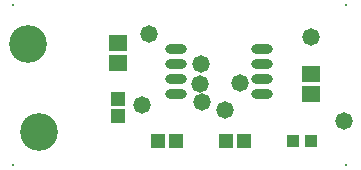
<source format=gts>
G04*
G04 #@! TF.GenerationSoftware,Altium Limited,Altium Designer,21.5.1 (32)*
G04*
G04 Layer_Color=8388736*
%FSLAX25Y25*%
%MOIN*%
G70*
G04*
G04 #@! TF.SameCoordinates,27B40785-D3C1-427D-BBF8-63A11A4F9794*
G04*
G04*
G04 #@! TF.FilePolarity,Negative*
G04*
G01*
G75*
%ADD20O,0.07296X0.03162*%
%ADD21R,0.04737X0.04540*%
%ADD22R,0.06312X0.05524*%
%ADD23R,0.04540X0.04737*%
%ADD24R,0.03950X0.03950*%
%ADD25C,0.00800*%
%ADD26C,0.12611*%
%ADD27C,0.05800*%
D20*
X165256Y156713D02*
D03*
Y151713D02*
D03*
Y146713D02*
D03*
Y141713D02*
D03*
X193799Y156713D02*
D03*
Y151713D02*
D03*
Y146713D02*
D03*
Y141713D02*
D03*
D21*
X159252Y125984D02*
D03*
X165157D02*
D03*
X187795D02*
D03*
X181890D02*
D03*
D22*
X146063Y158858D02*
D03*
Y152165D02*
D03*
X210236Y148228D02*
D03*
Y141535D02*
D03*
D23*
X146063Y140157D02*
D03*
Y134252D02*
D03*
D24*
X204331Y125984D02*
D03*
X210236D02*
D03*
D25*
X111024Y171260D02*
D03*
Y118110D02*
D03*
X222047Y171260D02*
D03*
Y118110D02*
D03*
D26*
X119685Y129134D02*
D03*
X115748Y158268D02*
D03*
D27*
X221260Y132677D02*
D03*
X210236Y160630D02*
D03*
X156299Y161811D02*
D03*
X174016Y138976D02*
D03*
X153937Y138189D02*
D03*
X173379Y145178D02*
D03*
X173622Y151575D02*
D03*
X186614Y145276D02*
D03*
X181496Y136221D02*
D03*
M02*

</source>
